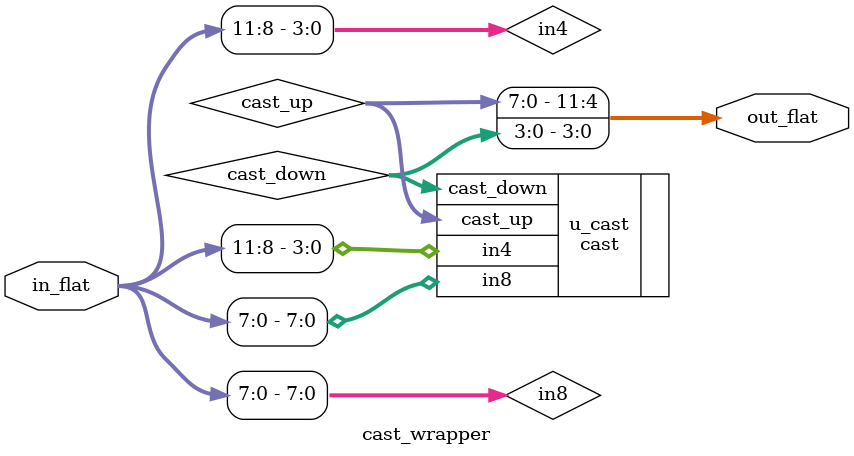
<source format=sv>
module cast_wrapper (
    input  wire [11:0] in_flat,
    output wire [11:0] out_flat
);

  // Slice `in_flat` into original inputs
  wire [3:0] in4 = in_flat[11:8];
  wire [7:0] in8 = in_flat[7:0];

  // Wires to capture original module outputs
  wire [7:0] cast_up;
  wire [3:0] cast_down;

  // Instantiate the original module
  cast u_cast (
    .in4(in4),
    .in8(in8),
    .cast_up(cast_up),
    .cast_down(cast_down)
  );

  // Pack original outputs into `out_flat`
  assign out_flat[11:4] = cast_up;
  assign out_flat[3:0] = cast_down;

endmodule  // cast_wrapper
</source>
